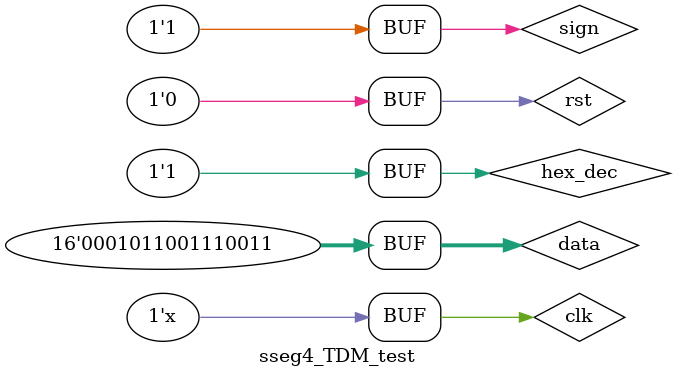
<source format=sv>
`timescale 1ns / 1ps

module sseg4_TDM_test();


reg [15:0] data;
reg hex_dec,sign;
wire [6:0] seg;
wire dp;
wire [3:0] an;
reg rst, clk;


sseg4_TDM testTDM(.clk(clk), .rst(rst), .data(data), .seg(seg), .dp(dp), .an(an),
                    .hex_dec(hex_dec), .sign(sign));
   
    always begin 
        clk = ~clk; #10;
    end //clock constantly runs
        
    initial begin
        clk=0; rst=1;
        hex_dec=0; sign=0;
        data=16'b0001011001110011;
       #2621440;
       rst=0; #26214400;
       hex_dec=1; #26214400;
       sign=1; 
       end
        
endmodule
</source>
